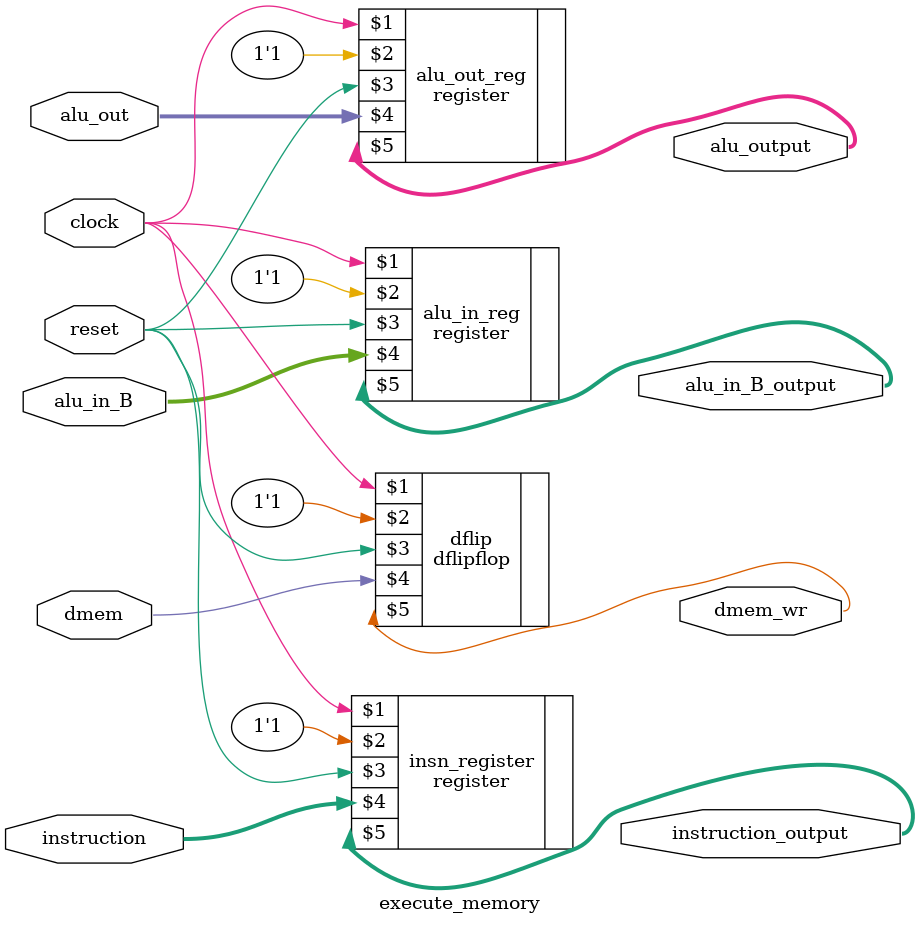
<source format=v>
module execute_memory(clock, reset, alu_out, alu_in_B, instruction, dmem, alu_output, alu_in_B_output, instruction_output, dmem_wr);

input clock, reset, dmem;

input [31:0] alu_out, alu_in_B, instruction;

output [31:0] alu_output, alu_in_B_output, instruction_output;
output dmem_wr;

register alu_out_reg(clock, 1'b1, reset, alu_out, alu_output);
register alu_in_reg(clock, 1'b1, reset, alu_in_B, alu_in_B_output);
dflipflop dflip(clock, 1'b1, reset, dmem, dmem_wr);

register insn_register(clock, 1'b1, reset, instruction, instruction_output);

endmodule
</source>
